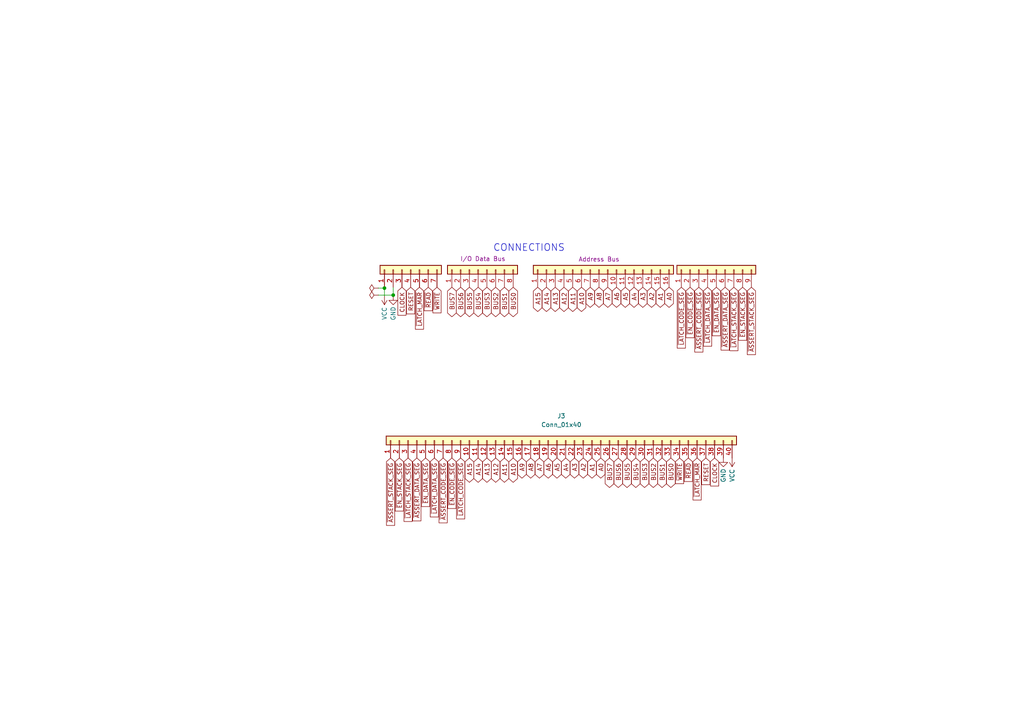
<source format=kicad_sch>
(kicad_sch (version 20211123) (generator eeschema)
  (paper "A4")
  (lib_symbols
    (symbol "Connector_Generic:Conn_01x07" (pin_names (offset 1.016) hide)
      (property "Reference" "J" (at 0 10.16 0))
      (property "Value" "Conn_01x07" (at 0 -10.16 0))
      (symbol "Conn_01x07_1_1"
        (rectangle (start -1.27 -7.493) (end 0 -7.747) (stroke (width 0.1524)))
        (rectangle (start -1.27 -4.953) (end 0 -5.207) (stroke (width 0.1524)))
        (rectangle (start -1.27 -2.413) (end 0 -2.667) (stroke (width 0.1524)))
        (rectangle (start -1.27 0.127) (end 0 -0.127) (stroke (width 0.1524)))
        (rectangle (start -1.27 2.667) (end 0 2.413) (stroke (width 0.1524)))
        (rectangle (start -1.27 5.207) (end 0 4.953) (stroke (width 0.1524)))
        (rectangle (start -1.27 7.747) (end 0 7.493) (stroke (width 0.1524)))
        (rectangle (start -1.27 8.89) (end 1.27 -8.89) (stroke (width 0.254)) (fill (type background)))
        (pin passive line (at -5.08 7.62 0) (length 3.81) (name "Pin_1") (number "1"))
        (pin passive line (at -5.08 5.08 0) (length 3.81) (name "Pin_2") (number "2"))
        (pin passive line (at -5.08 2.54 0) (length 3.81) (name "Pin_3") (number "3"))
        (pin passive line (at -5.08 0 0) (length 3.81) (name "Pin_4") (number "4"))
        (pin passive line (at -5.08 -2.54 0) (length 3.81) (name "Pin_5") (number "5"))
        (pin passive line (at -5.08 -5.08 0) (length 3.81) (name "Pin_6") (number "6"))
        (pin passive line (at -5.08 -7.62 0) (length 3.81) (name "Pin_7") (number "7"))
      )
    )
    (symbol "Connector_Generic:Conn_01x08" (pin_names (offset 1.016) hide)
      (property "Reference" "J" (at 0 10.16 0))
      (property "Value" "Conn_01x08" (at 0 -12.7 0))
      (symbol "Conn_01x08_1_1"
        (rectangle (start -1.27 -10.033) (end 0 -10.287) (stroke (width 0.1524)))
        (rectangle (start -1.27 -7.493) (end 0 -7.747) (stroke (width 0.1524)))
        (rectangle (start -1.27 -4.953) (end 0 -5.207) (stroke (width 0.1524)))
        (rectangle (start -1.27 -2.413) (end 0 -2.667) (stroke (width 0.1524)))
        (rectangle (start -1.27 0.127) (end 0 -0.127) (stroke (width 0.1524)))
        (rectangle (start -1.27 2.667) (end 0 2.413) (stroke (width 0.1524)))
        (rectangle (start -1.27 5.207) (end 0 4.953) (stroke (width 0.1524)))
        (rectangle (start -1.27 7.747) (end 0 7.493) (stroke (width 0.1524)))
        (rectangle (start -1.27 8.89) (end 1.27 -11.43) (stroke (width 0.254)) (fill (type background)))
        (pin passive line (at -5.08 7.62 0) (length 3.81) (name "Pin_1") (number "1"))
        (pin passive line (at -5.08 5.08 0) (length 3.81) (name "Pin_2") (number "2"))
        (pin passive line (at -5.08 2.54 0) (length 3.81) (name "Pin_3") (number "3"))
        (pin passive line (at -5.08 0 0) (length 3.81) (name "Pin_4") (number "4"))
        (pin passive line (at -5.08 -2.54 0) (length 3.81) (name "Pin_5") (number "5"))
        (pin passive line (at -5.08 -5.08 0) (length 3.81) (name "Pin_6") (number "6"))
        (pin passive line (at -5.08 -7.62 0) (length 3.81) (name "Pin_7") (number "7"))
        (pin passive line (at -5.08 -10.16 0) (length 3.81) (name "Pin_8") (number "8"))
      )
    )
    (symbol "Connector_Generic:Conn_01x09" (pin_names (offset 1.016) hide)
      (property "Reference" "J" (at 0 12.7 0))
      (property "Value" "Conn_01x09" (at 0 -12.7 0))
      (symbol "Conn_01x09_1_1"
        (rectangle (start -1.27 -10.033) (end 0 -10.287) (stroke (width 0.1524)))
        (rectangle (start -1.27 -7.493) (end 0 -7.747) (stroke (width 0.1524)))
        (rectangle (start -1.27 -4.953) (end 0 -5.207) (stroke (width 0.1524)))
        (rectangle (start -1.27 -2.413) (end 0 -2.667) (stroke (width 0.1524)))
        (rectangle (start -1.27 0.127) (end 0 -0.127) (stroke (width 0.1524)))
        (rectangle (start -1.27 2.667) (end 0 2.413) (stroke (width 0.1524)))
        (rectangle (start -1.27 5.207) (end 0 4.953) (stroke (width 0.1524)))
        (rectangle (start -1.27 7.747) (end 0 7.493) (stroke (width 0.1524)))
        (rectangle (start -1.27 10.287) (end 0 10.033) (stroke (width 0.1524)))
        (rectangle (start -1.27 11.43) (end 1.27 -11.43) (stroke (width 0.254)) (fill (type background)))
        (pin passive line (at -5.08 10.16 0) (length 3.81) (name "Pin_1") (number "1"))
        (pin passive line (at -5.08 7.62 0) (length 3.81) (name "Pin_2") (number "2"))
        (pin passive line (at -5.08 5.08 0) (length 3.81) (name "Pin_3") (number "3"))
        (pin passive line (at -5.08 2.54 0) (length 3.81) (name "Pin_4") (number "4"))
        (pin passive line (at -5.08 0 0) (length 3.81) (name "Pin_5") (number "5"))
        (pin passive line (at -5.08 -2.54 0) (length 3.81) (name "Pin_6") (number "6"))
        (pin passive line (at -5.08 -5.08 0) (length 3.81) (name "Pin_7") (number "7"))
        (pin passive line (at -5.08 -7.62 0) (length 3.81) (name "Pin_8") (number "8"))
        (pin passive line (at -5.08 -10.16 0) (length 3.81) (name "Pin_9") (number "9"))
      )
    )
    (symbol "Connector_Generic:Conn_01x16" (pin_names (offset 1.016) hide)
      (property "Reference" "J" (at 0 20.32 0))
      (property "Value" "Conn_01x16" (at 0 -22.86 0))
      (symbol "Conn_01x16_1_1"
        (rectangle (start -1.27 -20.193) (end 0 -20.447) (stroke (width 0.1524)))
        (rectangle (start -1.27 -17.653) (end 0 -17.907) (stroke (width 0.1524)))
        (rectangle (start -1.27 -15.113) (end 0 -15.367) (stroke (width 0.1524)))
        (rectangle (start -1.27 -12.573) (end 0 -12.827) (stroke (width 0.1524)))
        (rectangle (start -1.27 -10.033) (end 0 -10.287) (stroke (width 0.1524)))
        (rectangle (start -1.27 -7.493) (end 0 -7.747) (stroke (width 0.1524)))
        (rectangle (start -1.27 -4.953) (end 0 -5.207) (stroke (width 0.1524)))
        (rectangle (start -1.27 -2.413) (end 0 -2.667) (stroke (width 0.1524)))
        (rectangle (start -1.27 0.127) (end 0 -0.127) (stroke (width 0.1524)))
        (rectangle (start -1.27 2.667) (end 0 2.413) (stroke (width 0.1524)))
        (rectangle (start -1.27 5.207) (end 0 4.953) (stroke (width 0.1524)))
        (rectangle (start -1.27 7.747) (end 0 7.493) (stroke (width 0.1524)))
        (rectangle (start -1.27 10.287) (end 0 10.033) (stroke (width 0.1524)))
        (rectangle (start -1.27 12.827) (end 0 12.573) (stroke (width 0.1524)))
        (rectangle (start -1.27 15.367) (end 0 15.113) (stroke (width 0.1524)))
        (rectangle (start -1.27 17.907) (end 0 17.653) (stroke (width 0.1524)))
        (rectangle (start -1.27 19.05) (end 1.27 -21.59) (stroke (width 0.254)) (fill (type background)))
        (pin passive line (at -5.08 17.78 0) (length 3.81) (name "Pin_1") (number "1"))
        (pin passive line (at -5.08 -5.08 0) (length 3.81) (name "Pin_10") (number "10"))
        (pin passive line (at -5.08 -7.62 0) (length 3.81) (name "Pin_11") (number "11"))
        (pin passive line (at -5.08 -10.16 0) (length 3.81) (name "Pin_12") (number "12"))
        (pin passive line (at -5.08 -12.7 0) (length 3.81) (name "Pin_13") (number "13"))
        (pin passive line (at -5.08 -15.24 0) (length 3.81) (name "Pin_14") (number "14"))
        (pin passive line (at -5.08 -17.78 0) (length 3.81) (name "Pin_15") (number "15"))
        (pin passive line (at -5.08 -20.32 0) (length 3.81) (name "Pin_16") (number "16"))
        (pin passive line (at -5.08 15.24 0) (length 3.81) (name "Pin_2") (number "2"))
        (pin passive line (at -5.08 12.7 0) (length 3.81) (name "Pin_3") (number "3"))
        (pin passive line (at -5.08 10.16 0) (length 3.81) (name "Pin_4") (number "4"))
        (pin passive line (at -5.08 7.62 0) (length 3.81) (name "Pin_5") (number "5"))
        (pin passive line (at -5.08 5.08 0) (length 3.81) (name "Pin_6") (number "6"))
        (pin passive line (at -5.08 2.54 0) (length 3.81) (name "Pin_7") (number "7"))
        (pin passive line (at -5.08 0 0) (length 3.81) (name "Pin_8") (number "8"))
        (pin passive line (at -5.08 -2.54 0) (length 3.81) (name "Pin_9") (number "9"))
      )
    )
    (symbol "Connector_Generic:Conn_01x40" (pin_names (offset 1.016) hide)
      (property "Reference" "J" (at 0 50.8 0))
      (property "Value" "Conn_01x40" (at 0 -53.34 0))
      (symbol "Conn_01x40_1_1"
        (rectangle (start -1.27 -50.673) (end 0 -50.927) (stroke (width 0.1524)))
        (rectangle (start -1.27 -48.133) (end 0 -48.387) (stroke (width 0.1524)))
        (rectangle (start -1.27 -45.593) (end 0 -45.847) (stroke (width 0.1524)))
        (rectangle (start -1.27 -43.053) (end 0 -43.307) (stroke (width 0.1524)))
        (rectangle (start -1.27 -40.513) (end 0 -40.767) (stroke (width 0.1524)))
        (rectangle (start -1.27 -37.973) (end 0 -38.227) (stroke (width 0.1524)))
        (rectangle (start -1.27 -35.433) (end 0 -35.687) (stroke (width 0.1524)))
        (rectangle (start -1.27 -32.893) (end 0 -33.147) (stroke (width 0.1524)))
        (rectangle (start -1.27 -30.353) (end 0 -30.607) (stroke (width 0.1524)))
        (rectangle (start -1.27 -27.813) (end 0 -28.067) (stroke (width 0.1524)))
        (rectangle (start -1.27 -25.273) (end 0 -25.527) (stroke (width 0.1524)))
        (rectangle (start -1.27 -22.733) (end 0 -22.987) (stroke (width 0.1524)))
        (rectangle (start -1.27 -20.193) (end 0 -20.447) (stroke (width 0.1524)))
        (rectangle (start -1.27 -17.653) (end 0 -17.907) (stroke (width 0.1524)))
        (rectangle (start -1.27 -15.113) (end 0 -15.367) (stroke (width 0.1524)))
        (rectangle (start -1.27 -12.573) (end 0 -12.827) (stroke (width 0.1524)))
        (rectangle (start -1.27 -10.033) (end 0 -10.287) (stroke (width 0.1524)))
        (rectangle (start -1.27 -7.493) (end 0 -7.747) (stroke (width 0.1524)))
        (rectangle (start -1.27 -4.953) (end 0 -5.207) (stroke (width 0.1524)))
        (rectangle (start -1.27 -2.413) (end 0 -2.667) (stroke (width 0.1524)))
        (rectangle (start -1.27 0.127) (end 0 -0.127) (stroke (width 0.1524)))
        (rectangle (start -1.27 2.667) (end 0 2.413) (stroke (width 0.1524)))
        (rectangle (start -1.27 5.207) (end 0 4.953) (stroke (width 0.1524)))
        (rectangle (start -1.27 7.747) (end 0 7.493) (stroke (width 0.1524)))
        (rectangle (start -1.27 10.287) (end 0 10.033) (stroke (width 0.1524)))
        (rectangle (start -1.27 12.827) (end 0 12.573) (stroke (width 0.1524)))
        (rectangle (start -1.27 15.367) (end 0 15.113) (stroke (width 0.1524)))
        (rectangle (start -1.27 17.907) (end 0 17.653) (stroke (width 0.1524)))
        (rectangle (start -1.27 20.447) (end 0 20.193) (stroke (width 0.1524)))
        (rectangle (start -1.27 22.987) (end 0 22.733) (stroke (width 0.1524)))
        (rectangle (start -1.27 25.527) (end 0 25.273) (stroke (width 0.1524)))
        (rectangle (start -1.27 28.067) (end 0 27.813) (stroke (width 0.1524)))
        (rectangle (start -1.27 30.607) (end 0 30.353) (stroke (width 0.1524)))
        (rectangle (start -1.27 33.147) (end 0 32.893) (stroke (width 0.1524)))
        (rectangle (start -1.27 35.687) (end 0 35.433) (stroke (width 0.1524)))
        (rectangle (start -1.27 38.227) (end 0 37.973) (stroke (width 0.1524)))
        (rectangle (start -1.27 40.767) (end 0 40.513) (stroke (width 0.1524)))
        (rectangle (start -1.27 43.307) (end 0 43.053) (stroke (width 0.1524)))
        (rectangle (start -1.27 45.847) (end 0 45.593) (stroke (width 0.1524)))
        (rectangle (start -1.27 48.387) (end 0 48.133) (stroke (width 0.1524)))
        (rectangle (start -1.27 49.53) (end 1.27 -52.07) (stroke (width 0.254)) (fill (type background)))
        (pin passive line (at -5.08 48.26 0) (length 3.81) (name "Pin_1") (number "1"))
        (pin passive line (at -5.08 25.4 0) (length 3.81) (name "Pin_10") (number "10"))
        (pin passive line (at -5.08 22.86 0) (length 3.81) (name "Pin_11") (number "11"))
        (pin passive line (at -5.08 20.32 0) (length 3.81) (name "Pin_12") (number "12"))
        (pin passive line (at -5.08 17.78 0) (length 3.81) (name "Pin_13") (number "13"))
        (pin passive line (at -5.08 15.24 0) (length 3.81) (name "Pin_14") (number "14"))
        (pin passive line (at -5.08 12.7 0) (length 3.81) (name "Pin_15") (number "15"))
        (pin passive line (at -5.08 10.16 0) (length 3.81) (name "Pin_16") (number "16"))
        (pin passive line (at -5.08 7.62 0) (length 3.81) (name "Pin_17") (number "17"))
        (pin passive line (at -5.08 5.08 0) (length 3.81) (name "Pin_18") (number "18"))
        (pin passive line (at -5.08 2.54 0) (length 3.81) (name "Pin_19") (number "19"))
        (pin passive line (at -5.08 45.72 0) (length 3.81) (name "Pin_2") (number "2"))
        (pin passive line (at -5.08 0 0) (length 3.81) (name "Pin_20") (number "20"))
        (pin passive line (at -5.08 -2.54 0) (length 3.81) (name "Pin_21") (number "21"))
        (pin passive line (at -5.08 -5.08 0) (length 3.81) (name "Pin_22") (number "22"))
        (pin passive line (at -5.08 -7.62 0) (length 3.81) (name "Pin_23") (number "23"))
        (pin passive line (at -5.08 -10.16 0) (length 3.81) (name "Pin_24") (number "24"))
        (pin passive line (at -5.08 -12.7 0) (length 3.81) (name "Pin_25") (number "25"))
        (pin passive line (at -5.08 -15.24 0) (length 3.81) (name "Pin_26") (number "26"))
        (pin passive line (at -5.08 -17.78 0) (length 3.81) (name "Pin_27") (number "27"))
        (pin passive line (at -5.08 -20.32 0) (length 3.81) (name "Pin_28") (number "28"))
        (pin passive line (at -5.08 -22.86 0) (length 3.81) (name "Pin_29") (number "29"))
        (pin passive line (at -5.08 43.18 0) (length 3.81) (name "Pin_3") (number "3"))
        (pin passive line (at -5.08 -25.4 0) (length 3.81) (name "Pin_30") (number "30"))
        (pin passive line (at -5.08 -27.94 0) (length 3.81) (name "Pin_31") (number "31"))
        (pin passive line (at -5.08 -30.48 0) (length 3.81) (name "Pin_32") (number "32"))
        (pin passive line (at -5.08 -33.02 0) (length 3.81) (name "Pin_33") (number "33"))
        (pin passive line (at -5.08 -35.56 0) (length 3.81) (name "Pin_34") (number "34"))
        (pin passive line (at -5.08 -38.1 0) (length 3.81) (name "Pin_35") (number "35"))
        (pin passive line (at -5.08 -40.64 0) (length 3.81) (name "Pin_36") (number "36"))
        (pin passive line (at -5.08 -43.18 0) (length 3.81) (name "Pin_37") (number "37"))
        (pin passive line (at -5.08 -45.72 0) (length 3.81) (name "Pin_38") (number "38"))
        (pin passive line (at -5.08 -48.26 0) (length 3.81) (name "Pin_39") (number "39"))
        (pin passive line (at -5.08 40.64 0) (length 3.81) (name "Pin_4") (number "4"))
        (pin passive line (at -5.08 -50.8 0) (length 3.81) (name "Pin_40") (number "40"))
        (pin passive line (at -5.08 38.1 0) (length 3.81) (name "Pin_5") (number "5"))
        (pin passive line (at -5.08 35.56 0) (length 3.81) (name "Pin_6") (number "6"))
        (pin passive line (at -5.08 33.02 0) (length 3.81) (name "Pin_7") (number "7"))
        (pin passive line (at -5.08 30.48 0) (length 3.81) (name "Pin_8") (number "8"))
        (pin passive line (at -5.08 27.94 0) (length 3.81) (name "Pin_9") (number "9"))
      )
    )
    (symbol "power:GND" (power) (pin_names (offset 0))
      (property "Value" "GND" (at 0 -3.81 0))
      (symbol "GND_0_1"
        (polyline (pts (xy 0 0) (xy 0 -1.27) (xy 1.27 -1.27) (xy 0 -2.54) (xy -1.27 -1.27) (xy 0 -1.27)))
      )
      (symbol "GND_1_1"
        (pin power_in line (at 0 0 270) (length 0) hide (name "GND") (number "1"))
      )
    )
    (symbol "power:PWR_FLAG" (power) (pin_numbers hide) (pin_names (offset 0) hide)
      (property "Value" "PWR_FLAG" (at 0 3.81 0))
      (symbol "PWR_FLAG_0_0"
        (pin power_out line (at 0 0 90) (length 0) (name "pwr") (number "1"))
      )
      (symbol "PWR_FLAG_0_1"
        (polyline (pts (xy 0 0) (xy 0 1.27) (xy -1.016 1.905) (xy 0 2.54) (xy 1.016 1.905) (xy 0 1.27)))
      )
    )
    (symbol "power:VCC" (power) (pin_names (offset 0))
      (property "Value" "VCC" (at 0 3.81 0))
      (symbol "VCC_0_1"
        (polyline (pts (xy -0.762 1.27) (xy 0 2.54)))
        (polyline (pts (xy 0 0) (xy 0 2.54)))
        (polyline (pts (xy 0 2.54) (xy 0.762 1.27)))
      )
      (symbol "VCC_1_1"
        (pin power_in line (at 0 0 90) (length 0) hide (name "VCC") (number "1"))
      )
    )
  )
  (junction (at 111.506 83.566))
  (junction (at 114.046 85.598))
  (wire (pts (xy 109.728 83.566) (xy 111.506 83.566)))
  (wire (pts (xy 114.046 83.312) (xy 114.046 85.598)))
  (wire (pts (xy 114.046 85.598) (xy 114.046 85.852)))
  (wire (pts (xy 109.728 85.598) (xy 114.046 85.598)))
  (wire (pts (xy 111.506 83.566) (xy 111.506 83.312)))
  (wire (pts (xy 111.506 83.566) (xy 111.506 85.852)))
  (text "CONNECTIONS" (at 143.002 73.152 0) (effects (font (size 2 2)) (justify left bottom)))
  (global_label "~{EN_STACK_SEG}" (shape input) (at 215.392 83.312 270) (effects (font (size 1.2 1.2))) (property "Intersheet References" "${INTERSHEET_REFS}" (effects hide)))
  (global_label "~{LATCH_STACK_SEG}" (shape input) (at 118.364 132.842 270) (effects (font (size 1.2 1.2))) (property "Intersheet References" "${INTERSHEET_REFS}" (effects hide)))
  (global_label "BUS2" (shape tri_state) (at 143.764 83.312 270) (property "Intersheet References" "${INTERSHEET_REFS}" (effects hide)))
  (global_label "A15" (shape tri_state) (at 155.956 83.312 270) (property "Intersheet References" "${INTERSHEET_REFS}" (effects hide)))
  (global_label "BUS4" (shape tri_state) (at 184.404 132.842 270) (property "Intersheet References" "${INTERSHEET_REFS}" (effects hide)))
  (global_label "A3" (shape tri_state) (at 166.624 132.842 270) (property "Intersheet References" "${INTERSHEET_REFS}" (effects hide)))
  (global_label "~{ASSERT_STACK_SEG}" (shape input) (at 113.284 132.842 270) (effects (font (size 1.2 1.2))) (property "Intersheet References" "${INTERSHEET_REFS}" (effects hide)))
  (global_label "A6" (shape tri_state) (at 159.004 132.842 270) (property "Intersheet References" "${INTERSHEET_REFS}" (effects hide)))
  (global_label "BUS0" (shape tri_state) (at 194.564 132.842 270) (property "Intersheet References" "${INTERSHEET_REFS}" (effects hide)))
  (global_label "CLOCK" (shape input) (at 207.264 132.842 270) (effects (font (size 1.2 1.2))) (property "Intersheet References" "${INTERSHEET_REFS}" (effects hide)))
  (global_label "A14" (shape tri_state) (at 158.496 83.312 270) (property "Intersheet References" "${INTERSHEET_REFS}" (effects hide)))
  (global_label "~{WRITE}" (shape input) (at 126.746 83.312 270) (effects (font (size 1.2 1.2))) (property "Intersheet References" "${INTERSHEET_REFS}" (effects hide)))
  (global_label "A1" (shape tri_state) (at 191.516 83.312 270) (property "Intersheet References" "${INTERSHEET_REFS}" (effects hide)))
  (global_label "A8" (shape tri_state) (at 153.924 132.842 270) (property "Intersheet References" "${INTERSHEET_REFS}" (effects hide)))
  (global_label "BUS4" (shape tri_state) (at 138.684 83.312 270) (property "Intersheet References" "${INTERSHEET_REFS}" (effects hide)))
  (global_label "BUS0" (shape tri_state) (at 148.844 83.312 270) (property "Intersheet References" "${INTERSHEET_REFS}" (effects hide)))
  (global_label "A3" (shape tri_state) (at 186.436 83.312 270) (property "Intersheet References" "${INTERSHEET_REFS}" (effects hide)))
  (global_label "~{WRITE}" (shape input) (at 197.104 132.842 270) (effects (font (size 1.2 1.2))) (property "Intersheet References" "${INTERSHEET_REFS}" (effects hide)))
  (global_label "BUS5" (shape tri_state) (at 136.144 83.312 270) (property "Intersheet References" "${INTERSHEET_REFS}" (effects hide)))
  (global_label "~{EN_CODE_SEG}" (shape input) (at 131.064 132.842 270) (effects (font (size 1.2 1.2))) (property "Intersheet References" "${INTERSHEET_REFS}" (effects hide)))
  (global_label "A11" (shape tri_state) (at 166.116 83.312 270) (property "Intersheet References" "${INTERSHEET_REFS}" (effects hide)))
  (global_label "~{READ}" (shape input) (at 199.644 132.842 270) (effects (font (size 1.2 1.2))) (property "Intersheet References" "${INTERSHEET_REFS}" (effects hide)))
  (global_label "A7" (shape tri_state) (at 156.464 132.842 270) (property "Intersheet References" "${INTERSHEET_REFS}" (effects hide)))
  (global_label "A10" (shape tri_state) (at 168.656 83.312 270) (property "Intersheet References" "${INTERSHEET_REFS}" (effects hide)))
  (global_label "A4" (shape tri_state) (at 183.896 83.312 270) (property "Intersheet References" "${INTERSHEET_REFS}" (effects hide)))
  (global_label "A13" (shape tri_state) (at 141.224 132.842 270) (property "Intersheet References" "${INTERSHEET_REFS}" (effects hide)))
  (global_label "~{ASSERT_DATA_SEG}" (shape input) (at 120.904 132.842 270) (effects (font (size 1.2 1.2))) (property "Intersheet References" "${INTERSHEET_REFS}" (effects hide)))
  (global_label "~{EN_STACK_SEG}" (shape input) (at 115.824 132.842 270) (effects (font (size 1.2 1.2))) (property "Intersheet References" "${INTERSHEET_REFS}" (effects hide)))
  (global_label "BUS6" (shape tri_state) (at 179.324 132.842 270) (property "Intersheet References" "${INTERSHEET_REFS}" (effects hide)))
  (global_label "~{ASSERT_CODE_SEG}" (shape input) (at 202.692 83.312 270) (effects (font (size 1.2 1.2))) (property "Intersheet References" "${INTERSHEET_REFS}" (effects hide)))
  (global_label "A14" (shape tri_state) (at 138.684 132.842 270) (property "Intersheet References" "${INTERSHEET_REFS}" (effects hide)))
  (global_label "~{LATCH_DATA_SEG}" (shape input) (at 205.232 83.312 270) (effects (font (size 1.2 1.2))) (property "Intersheet References" "${INTERSHEET_REFS}" (effects hide)))
  (global_label "BUS7" (shape tri_state) (at 131.064 83.312 270) (property "Intersheet References" "${INTERSHEET_REFS}" (effects hide)))
  (global_label "~{LATCH_DATA_SEG}" (shape input) (at 125.984 132.842 270) (effects (font (size 1.2 1.2))) (property "Intersheet References" "${INTERSHEET_REFS}" (effects hide)))
  (global_label "A6" (shape tri_state) (at 178.816 83.312 270) (property "Intersheet References" "${INTERSHEET_REFS}" (effects hide)))
  (global_label "BUS1" (shape tri_state) (at 192.024 132.842 270) (property "Intersheet References" "${INTERSHEET_REFS}" (effects hide)))
  (global_label "~{ASSERT_CODE_SEG}" (shape input) (at 128.524 132.842 270) (effects (font (size 1.2 1.2))) (property "Intersheet References" "${INTERSHEET_REFS}" (effects hide)))
  (global_label "~{LATCH_CODE_SEG}" (shape input) (at 133.604 132.842 270) (effects (font (size 1.2 1.2))) (property "Intersheet References" "${INTERSHEET_REFS}" (effects hide)))
  (global_label "BUS7" (shape tri_state) (at 176.784 132.842 270) (property "Intersheet References" "${INTERSHEET_REFS}" (effects hide)))
  (global_label "A2" (shape tri_state) (at 188.976 83.312 270) (property "Intersheet References" "${INTERSHEET_REFS}" (effects hide)))
  (global_label "~{EN_DATA_SEG}" (shape input) (at 123.444 132.842 270) (effects (font (size 1.2 1.2))) (property "Intersheet References" "${INTERSHEET_REFS}" (effects hide)))
  (global_label "A10" (shape tri_state) (at 148.844 132.842 270) (property "Intersheet References" "${INTERSHEET_REFS}" (effects hide)))
  (global_label "~{EN_CODE_SEG}" (shape input) (at 200.152 83.312 270) (effects (font (size 1.2 1.2))) (property "Intersheet References" "${INTERSHEET_REFS}" (effects hide)))
  (global_label "A5" (shape tri_state) (at 181.356 83.312 270) (property "Intersheet References" "${INTERSHEET_REFS}" (effects hide)))
  (global_label "BUS1" (shape tri_state) (at 146.304 83.312 270) (property "Intersheet References" "${INTERSHEET_REFS}" (effects hide)))
  (global_label "BUS5" (shape tri_state) (at 181.864 132.842 270) (property "Intersheet References" "${INTERSHEET_REFS}" (effects hide)))
  (global_label "~{EN_DATA_SEG}" (shape input) (at 207.772 83.312 270) (effects (font (size 1.2 1.2))) (property "Intersheet References" "${INTERSHEET_REFS}" (effects hide)))
  (global_label "A1" (shape tri_state) (at 171.704 132.842 270) (property "Intersheet References" "${INTERSHEET_REFS}" (effects hide)))
  (global_label "A0" (shape tri_state) (at 194.056 83.312 270) (property "Intersheet References" "${INTERSHEET_REFS}" (effects hide)))
  (global_label "BUS2" (shape tri_state) (at 189.484 132.842 270) (property "Intersheet References" "${INTERSHEET_REFS}" (effects hide)))
  (global_label "A0" (shape tri_state) (at 174.244 132.842 270) (property "Intersheet References" "${INTERSHEET_REFS}" (effects hide)))
  (global_label "A9" (shape tri_state) (at 151.384 132.842 270) (property "Intersheet References" "${INTERSHEET_REFS}" (effects hide)))
  (global_label "~{ASSERT_STACK_SEG}" (shape input) (at 217.932 83.312 270) (effects (font (size 1.2 1.2))) (property "Intersheet References" "${INTERSHEET_REFS}" (effects hide)))
  (global_label "A13" (shape tri_state) (at 161.036 83.312 270) (property "Intersheet References" "${INTERSHEET_REFS}" (effects hide)))
  (global_label "RESET" (shape input) (at 204.724 132.842 270) (effects (font (size 1.2 1.2))) (property "Intersheet References" "${INTERSHEET_REFS}" (effects hide)))
  (global_label "A11" (shape tri_state) (at 146.304 132.842 270) (property "Intersheet References" "${INTERSHEET_REFS}" (effects hide)))
  (global_label "~{READ}" (shape input) (at 124.206 83.312 270) (effects (font (size 1.2 1.2))) (property "Intersheet References" "${INTERSHEET_REFS}" (effects hide)))
  (global_label "~{ASSERT_DATA_SEG}" (shape input) (at 210.312 83.312 270) (effects (font (size 1.2 1.2))) (property "Intersheet References" "${INTERSHEET_REFS}" (effects hide)))
  (global_label "BUS6" (shape tri_state) (at 133.604 83.312 270) (property "Intersheet References" "${INTERSHEET_REFS}" (effects hide)))
  (global_label "A9" (shape tri_state) (at 171.196 83.312 270) (property "Intersheet References" "${INTERSHEET_REFS}" (effects hide)))
  (global_label "A2" (shape tri_state) (at 169.164 132.842 270) (property "Intersheet References" "${INTERSHEET_REFS}" (effects hide)))
  (global_label "CLOCK" (shape input) (at 116.586 83.312 270) (effects (font (size 1.2 1.2))) (property "Intersheet References" "${INTERSHEET_REFS}" (effects hide)))
  (global_label "BUS3" (shape tri_state) (at 141.224 83.312 270) (property "Intersheet References" "${INTERSHEET_REFS}" (effects hide)))
  (global_label "~{LATCH_STACK_SEG}" (shape input) (at 212.852 83.312 270) (effects (font (size 1.2 1.2))) (property "Intersheet References" "${INTERSHEET_REFS}" (effects hide)))
  (global_label "BUS3" (shape tri_state) (at 186.944 132.842 270) (property "Intersheet References" "${INTERSHEET_REFS}" (effects hide)))
  (global_label "A12" (shape tri_state) (at 163.576 83.312 270) (property "Intersheet References" "${INTERSHEET_REFS}" (effects hide)))
  (global_label "A8" (shape tri_state) (at 173.736 83.312 270) (property "Intersheet References" "${INTERSHEET_REFS}" (effects hide)))
  (global_label "~{LATCH_MAR}" (shape input) (at 121.666 83.312 270) (effects (font (size 1.2 1.2))) (property "Intersheet References" "${INTERSHEET_REFS}" (effects hide)))
  (global_label "A7" (shape tri_state) (at 176.276 83.312 270) (property "Intersheet References" "${INTERSHEET_REFS}" (effects hide)))
  (global_label "A5" (shape tri_state) (at 161.544 132.842 270) (property "Intersheet References" "${INTERSHEET_REFS}" (effects hide)))
  (global_label "RESET" (shape input) (at 119.126 83.312 270) (effects (font (size 1.2 1.2))) (property "Intersheet References" "${INTERSHEET_REFS}" (effects hide)))
  (global_label "A15" (shape tri_state) (at 136.144 132.842 270) (property "Intersheet References" "${INTERSHEET_REFS}" (effects hide)))
  (global_label "A12" (shape tri_state) (at 143.764 132.842 270) (property "Intersheet References" "${INTERSHEET_REFS}" (effects hide)))
  (global_label "~{LATCH_MAR}" (shape input) (at 202.184 132.842 270) (effects (font (size 1.2 1.2))) (property "Intersheet References" "${INTERSHEET_REFS}" (effects hide)))
  (global_label "~{LATCH_CODE_SEG}" (shape input) (at 197.612 83.312 270) (effects (font (size 1.2 1.2))) (property "Intersheet References" "${INTERSHEET_REFS}" (effects hide)))
  (global_label "A4" (shape tri_state) (at 164.084 132.842 270) (property "Intersheet References" "${INTERSHEET_REFS}" (effects hide)))
  (symbol (lib_id "power:PWR_FLAG") (at 109.728 83.566 90) (unit 1)
    (property "Reference" "#FLG01" (effects hide))
    (property "Value" "PWR_FLAG" (effects hide))
  )
  (symbol (lib_id "power:GND") (at 114.046 85.852 0) (unit 1)
    (property "Reference" "#PWR02" (effects hide))
    (property "Value" "GND" (at 114.046 90.932 90))
  )
  (symbol (lib_id "Connector_Generic:Conn_01x08") (at 138.684 78.232 90) (unit 1)
    (property "Reference" "J2" (effects hide))
    (property "Value" "Conn_01x08" (effects hide))
    (property "Footprint" "Connector_PinSocket_2.54mm:PinSocket_1x08_P2.54mm_Vertical" (effects hide))
    (property "L" "I/O Data Bus" (at 140.0556 75.057 90))
  )
  (symbol (lib_id "Connector_Generic:Conn_01x09") (at 207.772 78.232 90) (unit 1)
    (property "Reference" "J5" (effects hide))
    (property "Value" "Conn_01x09" (effects hide))
    (property "Footprint" "Connector_PinSocket_2.54mm:PinSocket_1x09_P2.54mm_Vertical" (effects hide))
  )
  (symbol (lib_id "power:VCC") (at 111.506 85.852 180) (unit 1)
    (property "Reference" "#PWR01" (effects hide))
    (property "Value" "VCC" (at 111.506 90.932 90))
  )
  (symbol (lib_id "Connector_Generic:Conn_01x16") (at 173.736 78.232 90) (unit 1)
    (property "Reference" "J4" (effects hide))
    (property "Value" "Conn_01x16" (effects hide))
    (property "Footprint" "Connector_PinSocket_2.54mm:PinSocket_1x16_P2.54mm_Vertical" (effects hide))
    (property "Field4" "Address Bus" (at 173.736 75.184 90))
  )
  (symbol (lib_id "power:VCC") (at 212.344 132.842 0) (mirror x) (unit 1)
    (property "Reference" "#PWR04" (effects hide))
    (property "Value" "VCC" (at 212.344 137.922 90))
  )
  (symbol (lib_id "power:PWR_FLAG") (at 109.728 85.598 90) (unit 1)
    (property "Reference" "#FLG02" (effects hide))
    (property "Value" "PWR_FLAG" (effects hide))
  )
  (symbol (lib_id "Connector_Generic:Conn_01x40") (at 161.544 127.762 90) (unit 1)
    (property "Reference" "J3" (at 162.814 120.65 90))
    (property "Value" "Conn_01x40" (at 162.814 123.19 90))
    (property "Footprint" "Connector_PinHeader_2.54mm:PinHeader_1x40_P2.54mm_Horizontal" (effects hide))
  )
  (symbol (lib_id "Connector_Generic:Conn_01x07") (at 119.126 78.232 90) (unit 1)
    (property "Reference" "J1" (effects hide))
    (property "Value" "Conn_01x07" (effects hide))
    (property "Footprint" "Connector_PinSocket_2.54mm:PinSocket_1x07_P2.54mm_Vertical" (effects hide))
  )
  (symbol (lib_id "power:GND") (at 209.804 132.842 0) (mirror y) (unit 1)
    (property "Reference" "#PWR03" (effects hide))
    (property "Value" "GND" (at 209.804 137.922 90))
  )
)
</source>
